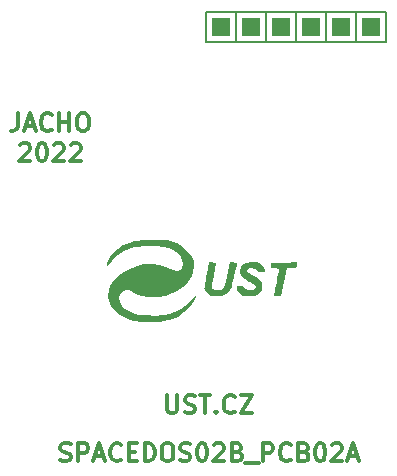
<source format=gbr>
G04 #@! TF.GenerationSoftware,KiCad,Pcbnew,(5.99.0-12665-gbf8a020501)*
G04 #@! TF.CreationDate,2021-12-24T11:16:50+01:00*
G04 #@! TF.ProjectId,SPACEDOS02B_PCB02A,53504143-4544-44f5-9330-32425f504342,REV*
G04 #@! TF.SameCoordinates,Original*
G04 #@! TF.FileFunction,Legend,Top*
G04 #@! TF.FilePolarity,Positive*
%FSLAX46Y46*%
G04 Gerber Fmt 4.6, Leading zero omitted, Abs format (unit mm)*
G04 Created by KiCad (PCBNEW (5.99.0-12665-gbf8a020501)) date 2021-12-24 11:16:50*
%MOMM*%
%LPD*%
G01*
G04 APERTURE LIST*
%ADD10C,0.300000*%
%ADD11C,0.150000*%
%ADD12R,1.524000X1.524000*%
G04 APERTURE END LIST*
D10*
X6428571Y159920857D02*
X6642857Y159849428D01*
X7000000Y159849428D01*
X7142857Y159920857D01*
X7214285Y159992285D01*
X7285714Y160135142D01*
X7285714Y160278000D01*
X7214285Y160420857D01*
X7142857Y160492285D01*
X7000000Y160563714D01*
X6714285Y160635142D01*
X6571428Y160706571D01*
X6500000Y160778000D01*
X6428571Y160920857D01*
X6428571Y161063714D01*
X6500000Y161206571D01*
X6571428Y161278000D01*
X6714285Y161349428D01*
X7071428Y161349428D01*
X7285714Y161278000D01*
X7928571Y159849428D02*
X7928571Y161349428D01*
X8500000Y161349428D01*
X8642857Y161278000D01*
X8714285Y161206571D01*
X8785714Y161063714D01*
X8785714Y160849428D01*
X8714285Y160706571D01*
X8642857Y160635142D01*
X8500000Y160563714D01*
X7928571Y160563714D01*
X9357142Y160278000D02*
X10071428Y160278000D01*
X9214285Y159849428D02*
X9714285Y161349428D01*
X10214285Y159849428D01*
X11571428Y159992285D02*
X11500000Y159920857D01*
X11285714Y159849428D01*
X11142857Y159849428D01*
X10928571Y159920857D01*
X10785714Y160063714D01*
X10714285Y160206571D01*
X10642857Y160492285D01*
X10642857Y160706571D01*
X10714285Y160992285D01*
X10785714Y161135142D01*
X10928571Y161278000D01*
X11142857Y161349428D01*
X11285714Y161349428D01*
X11500000Y161278000D01*
X11571428Y161206571D01*
X12214285Y160635142D02*
X12714285Y160635142D01*
X12928571Y159849428D02*
X12214285Y159849428D01*
X12214285Y161349428D01*
X12928571Y161349428D01*
X13571428Y159849428D02*
X13571428Y161349428D01*
X13928571Y161349428D01*
X14142857Y161278000D01*
X14285714Y161135142D01*
X14357142Y160992285D01*
X14428571Y160706571D01*
X14428571Y160492285D01*
X14357142Y160206571D01*
X14285714Y160063714D01*
X14142857Y159920857D01*
X13928571Y159849428D01*
X13571428Y159849428D01*
X15357142Y161349428D02*
X15642857Y161349428D01*
X15785714Y161278000D01*
X15928571Y161135142D01*
X16000000Y160849428D01*
X16000000Y160349428D01*
X15928571Y160063714D01*
X15785714Y159920857D01*
X15642857Y159849428D01*
X15357142Y159849428D01*
X15214285Y159920857D01*
X15071428Y160063714D01*
X15000000Y160349428D01*
X15000000Y160849428D01*
X15071428Y161135142D01*
X15214285Y161278000D01*
X15357142Y161349428D01*
X16571428Y159920857D02*
X16785714Y159849428D01*
X17142857Y159849428D01*
X17285714Y159920857D01*
X17357142Y159992285D01*
X17428571Y160135142D01*
X17428571Y160278000D01*
X17357142Y160420857D01*
X17285714Y160492285D01*
X17142857Y160563714D01*
X16857142Y160635142D01*
X16714285Y160706571D01*
X16642857Y160778000D01*
X16571428Y160920857D01*
X16571428Y161063714D01*
X16642857Y161206571D01*
X16714285Y161278000D01*
X16857142Y161349428D01*
X17214285Y161349428D01*
X17428571Y161278000D01*
X18357142Y161349428D02*
X18500000Y161349428D01*
X18642857Y161278000D01*
X18714285Y161206571D01*
X18785714Y161063714D01*
X18857142Y160778000D01*
X18857142Y160420857D01*
X18785714Y160135142D01*
X18714285Y159992285D01*
X18642857Y159920857D01*
X18500000Y159849428D01*
X18357142Y159849428D01*
X18214285Y159920857D01*
X18142857Y159992285D01*
X18071428Y160135142D01*
X18000000Y160420857D01*
X18000000Y160778000D01*
X18071428Y161063714D01*
X18142857Y161206571D01*
X18214285Y161278000D01*
X18357142Y161349428D01*
X19428571Y161206571D02*
X19500000Y161278000D01*
X19642857Y161349428D01*
X20000000Y161349428D01*
X20142857Y161278000D01*
X20214285Y161206571D01*
X20285714Y161063714D01*
X20285714Y160920857D01*
X20214285Y160706571D01*
X19357142Y159849428D01*
X20285714Y159849428D01*
X21428571Y160635142D02*
X21642857Y160563714D01*
X21714285Y160492285D01*
X21785714Y160349428D01*
X21785714Y160135142D01*
X21714285Y159992285D01*
X21642857Y159920857D01*
X21500000Y159849428D01*
X20928571Y159849428D01*
X20928571Y161349428D01*
X21428571Y161349428D01*
X21571428Y161278000D01*
X21642857Y161206571D01*
X21714285Y161063714D01*
X21714285Y160920857D01*
X21642857Y160778000D01*
X21571428Y160706571D01*
X21428571Y160635142D01*
X20928571Y160635142D01*
X22071428Y159706571D02*
X23214285Y159706571D01*
X23571428Y159849428D02*
X23571428Y161349428D01*
X24142857Y161349428D01*
X24285714Y161278000D01*
X24357142Y161206571D01*
X24428571Y161063714D01*
X24428571Y160849428D01*
X24357142Y160706571D01*
X24285714Y160635142D01*
X24142857Y160563714D01*
X23571428Y160563714D01*
X25928571Y159992285D02*
X25857142Y159920857D01*
X25642857Y159849428D01*
X25500000Y159849428D01*
X25285714Y159920857D01*
X25142857Y160063714D01*
X25071428Y160206571D01*
X25000000Y160492285D01*
X25000000Y160706571D01*
X25071428Y160992285D01*
X25142857Y161135142D01*
X25285714Y161278000D01*
X25500000Y161349428D01*
X25642857Y161349428D01*
X25857142Y161278000D01*
X25928571Y161206571D01*
X27071428Y160635142D02*
X27285714Y160563714D01*
X27357142Y160492285D01*
X27428571Y160349428D01*
X27428571Y160135142D01*
X27357142Y159992285D01*
X27285714Y159920857D01*
X27142857Y159849428D01*
X26571428Y159849428D01*
X26571428Y161349428D01*
X27071428Y161349428D01*
X27214285Y161278000D01*
X27285714Y161206571D01*
X27357142Y161063714D01*
X27357142Y160920857D01*
X27285714Y160778000D01*
X27214285Y160706571D01*
X27071428Y160635142D01*
X26571428Y160635142D01*
X28357142Y161349428D02*
X28500000Y161349428D01*
X28642857Y161278000D01*
X28714285Y161206571D01*
X28785714Y161063714D01*
X28857142Y160778000D01*
X28857142Y160420857D01*
X28785714Y160135142D01*
X28714285Y159992285D01*
X28642857Y159920857D01*
X28500000Y159849428D01*
X28357142Y159849428D01*
X28214285Y159920857D01*
X28142857Y159992285D01*
X28071428Y160135142D01*
X28000000Y160420857D01*
X28000000Y160778000D01*
X28071428Y161063714D01*
X28142857Y161206571D01*
X28214285Y161278000D01*
X28357142Y161349428D01*
X29428571Y161206571D02*
X29500000Y161278000D01*
X29642857Y161349428D01*
X30000000Y161349428D01*
X30142857Y161278000D01*
X30214285Y161206571D01*
X30285714Y161063714D01*
X30285714Y160920857D01*
X30214285Y160706571D01*
X29357142Y159849428D01*
X30285714Y159849428D01*
X30857142Y160278000D02*
X31571428Y160278000D01*
X30714285Y159849428D02*
X31214285Y161349428D01*
X31714285Y159849428D01*
X15464285Y165413428D02*
X15464285Y164199142D01*
X15535714Y164056285D01*
X15607142Y163984857D01*
X15750000Y163913428D01*
X16035714Y163913428D01*
X16178571Y163984857D01*
X16250000Y164056285D01*
X16321428Y164199142D01*
X16321428Y165413428D01*
X16964285Y163984857D02*
X17178571Y163913428D01*
X17535714Y163913428D01*
X17678571Y163984857D01*
X17750000Y164056285D01*
X17821428Y164199142D01*
X17821428Y164342000D01*
X17750000Y164484857D01*
X17678571Y164556285D01*
X17535714Y164627714D01*
X17250000Y164699142D01*
X17107142Y164770571D01*
X17035714Y164842000D01*
X16964285Y164984857D01*
X16964285Y165127714D01*
X17035714Y165270571D01*
X17107142Y165342000D01*
X17250000Y165413428D01*
X17607142Y165413428D01*
X17821428Y165342000D01*
X18250000Y165413428D02*
X19107142Y165413428D01*
X18678571Y163913428D02*
X18678571Y165413428D01*
X19607142Y164056285D02*
X19678571Y163984857D01*
X19607142Y163913428D01*
X19535714Y163984857D01*
X19607142Y164056285D01*
X19607142Y163913428D01*
X21178571Y164056285D02*
X21107142Y163984857D01*
X20892857Y163913428D01*
X20750000Y163913428D01*
X20535714Y163984857D01*
X20392857Y164127714D01*
X20321428Y164270571D01*
X20250000Y164556285D01*
X20250000Y164770571D01*
X20321428Y165056285D01*
X20392857Y165199142D01*
X20535714Y165342000D01*
X20750000Y165413428D01*
X20892857Y165413428D01*
X21107142Y165342000D01*
X21178571Y165270571D01*
X21678571Y165413428D02*
X22678571Y165413428D01*
X21678571Y163913428D01*
X22678571Y163913428D01*
X2838000Y189289428D02*
X2838000Y188218000D01*
X2766571Y188003714D01*
X2623714Y187860857D01*
X2409428Y187789428D01*
X2266571Y187789428D01*
X3480857Y188218000D02*
X4195142Y188218000D01*
X3338000Y187789428D02*
X3838000Y189289428D01*
X4338000Y187789428D01*
X5695142Y187932285D02*
X5623714Y187860857D01*
X5409428Y187789428D01*
X5266571Y187789428D01*
X5052285Y187860857D01*
X4909428Y188003714D01*
X4838000Y188146571D01*
X4766571Y188432285D01*
X4766571Y188646571D01*
X4838000Y188932285D01*
X4909428Y189075142D01*
X5052285Y189218000D01*
X5266571Y189289428D01*
X5409428Y189289428D01*
X5623714Y189218000D01*
X5695142Y189146571D01*
X6338000Y187789428D02*
X6338000Y189289428D01*
X6338000Y188575142D02*
X7195142Y188575142D01*
X7195142Y187789428D02*
X7195142Y189289428D01*
X8195142Y189289428D02*
X8480857Y189289428D01*
X8623714Y189218000D01*
X8766571Y189075142D01*
X8838000Y188789428D01*
X8838000Y188289428D01*
X8766571Y188003714D01*
X8623714Y187860857D01*
X8480857Y187789428D01*
X8195142Y187789428D01*
X8052285Y187860857D01*
X7909428Y188003714D01*
X7838000Y188289428D01*
X7838000Y188789428D01*
X7909428Y189075142D01*
X8052285Y189218000D01*
X8195142Y189289428D01*
X3016571Y186606571D02*
X3088000Y186678000D01*
X3230857Y186749428D01*
X3588000Y186749428D01*
X3730857Y186678000D01*
X3802285Y186606571D01*
X3873714Y186463714D01*
X3873714Y186320857D01*
X3802285Y186106571D01*
X2945142Y185249428D01*
X3873714Y185249428D01*
X4802285Y186749428D02*
X4945142Y186749428D01*
X5088000Y186678000D01*
X5159428Y186606571D01*
X5230857Y186463714D01*
X5302285Y186178000D01*
X5302285Y185820857D01*
X5230857Y185535142D01*
X5159428Y185392285D01*
X5088000Y185320857D01*
X4945142Y185249428D01*
X4802285Y185249428D01*
X4659428Y185320857D01*
X4588000Y185392285D01*
X4516571Y185535142D01*
X4445142Y185820857D01*
X4445142Y186178000D01*
X4516571Y186463714D01*
X4588000Y186606571D01*
X4659428Y186678000D01*
X4802285Y186749428D01*
X5873714Y186606571D02*
X5945142Y186678000D01*
X6088000Y186749428D01*
X6445142Y186749428D01*
X6588000Y186678000D01*
X6659428Y186606571D01*
X6730857Y186463714D01*
X6730857Y186320857D01*
X6659428Y186106571D01*
X5802285Y185249428D01*
X6730857Y185249428D01*
X7302285Y186606571D02*
X7373714Y186678000D01*
X7516571Y186749428D01*
X7873714Y186749428D01*
X8016571Y186678000D01*
X8088000Y186606571D01*
X8159428Y186463714D01*
X8159428Y186320857D01*
X8088000Y186106571D01*
X7230857Y185249428D01*
X8159428Y185249428D01*
G36*
X14743873Y178605105D02*
G01*
X15173895Y178583738D01*
X15525894Y178545797D01*
X15713619Y178507326D01*
X16311888Y178283879D01*
X16834110Y177977860D01*
X17261248Y177603113D01*
X17574263Y177173481D01*
X17591376Y177141771D01*
X17718142Y176769665D01*
X17753599Y176340662D01*
X17698816Y175903504D01*
X17555584Y175508318D01*
X17242052Y175045320D01*
X16817506Y174624766D01*
X16309551Y174267250D01*
X15745791Y173993367D01*
X15357849Y173868753D01*
X14625561Y173742737D01*
X13917599Y173741840D01*
X13249228Y173864493D01*
X12635715Y174109129D01*
X12547619Y174157237D01*
X12213058Y174311257D01*
X11944244Y174351011D01*
X11726257Y174277060D01*
X11626182Y174191909D01*
X11458420Y173926134D01*
X11413052Y173630896D01*
X11480596Y173324710D01*
X11651572Y173026091D01*
X11916499Y172753555D01*
X12265895Y172525616D01*
X12539616Y172408088D01*
X13098852Y172263679D01*
X13738734Y172185759D01*
X14416290Y172174395D01*
X15088547Y172229655D01*
X15712536Y172351606D01*
X15889033Y172402830D01*
X16313397Y172558650D01*
X16664473Y172744049D01*
X16986757Y172988337D01*
X17324749Y173320819D01*
X17389709Y173391221D01*
X17588936Y173602184D01*
X17752818Y173762027D01*
X17859485Y173850167D01*
X17887448Y173859632D01*
X17877161Y173783309D01*
X17814766Y173618816D01*
X17715469Y173405277D01*
X17378236Y172884871D01*
X16929016Y172448465D01*
X16368771Y172096784D01*
X15698466Y171830554D01*
X15573288Y171793747D01*
X15220033Y171722538D01*
X14771915Y171673303D01*
X14268813Y171646485D01*
X13750609Y171642527D01*
X13257181Y171661874D01*
X12828409Y171704968D01*
X12546480Y171760087D01*
X11955489Y171958107D01*
X11473738Y172208565D01*
X11075676Y172524852D01*
X11062479Y172537738D01*
X10715252Y172958307D01*
X10506657Y173400433D01*
X10436792Y173863277D01*
X10505756Y174346003D01*
X10713648Y174847772D01*
X10777461Y174959668D01*
X11025035Y175269231D01*
X11385417Y175578019D01*
X11831798Y175871089D01*
X12337372Y176133499D01*
X12875331Y176350307D01*
X13418868Y176506572D01*
X13626940Y176547941D01*
X14260504Y176587071D01*
X14893011Y176486559D01*
X15526368Y176246088D01*
X15573288Y176222740D01*
X15982743Y176050813D01*
X16313078Y175987517D01*
X16561050Y176032016D01*
X16723418Y176183472D01*
X16796940Y176441048D01*
X16801188Y176539800D01*
X16734107Y176913399D01*
X16544955Y177266521D01*
X16251874Y177572840D01*
X15956542Y177765590D01*
X15599895Y177900999D01*
X15141578Y178001635D01*
X14616356Y178065556D01*
X14058995Y178090821D01*
X13504261Y178075487D01*
X12986921Y178017612D01*
X12661409Y177949641D01*
X12197865Y177816625D01*
X11836138Y177679847D01*
X11538738Y177518648D01*
X11268171Y177312367D01*
X10986947Y177040343D01*
X10959890Y177011990D01*
X10757986Y176793749D01*
X10598946Y176611126D01*
X10503859Y176488942D01*
X10486271Y176454617D01*
X10432548Y176397620D01*
X10416105Y176395984D01*
X10348227Y176447351D01*
X10367748Y176593733D01*
X10470795Y176823551D01*
X10653497Y177125225D01*
X10666517Y177144774D01*
X10823776Y177370098D01*
X10958472Y177545619D01*
X11047331Y177641530D01*
X11061200Y177650196D01*
X11163616Y177716490D01*
X11269033Y177810237D01*
X11460420Y177954842D01*
X11748165Y178115961D01*
X12092825Y178274733D01*
X12454958Y178412298D01*
X12661409Y178476035D01*
X12950981Y178532094D01*
X13339384Y178573394D01*
X13791247Y178599571D01*
X14271200Y178610262D01*
X14743873Y178605105D01*
G37*
G36*
X19509448Y176658609D02*
G01*
X19604027Y176608700D01*
X19607818Y176592979D01*
X19594859Y176496787D01*
X19559294Y176290448D01*
X19506089Y176001415D01*
X19440211Y175657137D01*
X19417398Y175540464D01*
X19342955Y175155899D01*
X19295231Y174884869D01*
X19272705Y174703447D01*
X19273857Y174587707D01*
X19297166Y174513723D01*
X19341113Y174457568D01*
X19348143Y174450449D01*
X19528734Y174355530D01*
X19769602Y174330487D01*
X20009828Y174374460D01*
X20164239Y174461986D01*
X20265526Y174589577D01*
X20357618Y174788986D01*
X20445845Y175077462D01*
X20535536Y175472256D01*
X20626245Y175957448D01*
X20751908Y176676647D01*
X21056935Y176676647D01*
X21269822Y176658767D01*
X21358043Y176602758D01*
X21361962Y176581047D01*
X21344971Y176422566D01*
X21299307Y176163483D01*
X21232927Y175838662D01*
X21153791Y175482968D01*
X21069858Y175131265D01*
X20989087Y174818416D01*
X20919436Y174579285D01*
X20880487Y174471979D01*
X20696511Y174167633D01*
X20448528Y173965462D01*
X20115145Y173852727D01*
X19783542Y173818735D01*
X19513834Y173818742D01*
X19283725Y173835405D01*
X19146018Y173864233D01*
X18978575Y173978307D01*
X18810795Y174156092D01*
X18680519Y174350060D01*
X18625592Y174512683D01*
X18625498Y174517954D01*
X18638020Y174637155D01*
X18672426Y174865113D01*
X18723977Y175172803D01*
X18787932Y175531198D01*
X18813689Y175670305D01*
X19001880Y176676647D01*
X19304849Y176676647D01*
X19509448Y176658609D01*
G37*
G36*
X22921066Y176728024D02*
G01*
X23156096Y176680014D01*
X23253726Y176642966D01*
X23482113Y176478237D01*
X23656747Y176265836D01*
X23743591Y176050029D01*
X23747597Y176000610D01*
X23728917Y175890430D01*
X23646209Y175843638D01*
X23487111Y175834658D01*
X23265918Y175868267D01*
X23103733Y175990399D01*
X23075565Y176024105D01*
X22892360Y176161626D01*
X22660339Y176217932D01*
X22434492Y176187121D01*
X22305619Y176106728D01*
X22234293Y175990930D01*
X22265195Y175874356D01*
X22408045Y175745636D01*
X22672562Y175593401D01*
X22797199Y175531731D01*
X23133600Y175352180D01*
X23354601Y175183574D01*
X23480740Y175002015D01*
X23532555Y174783607D01*
X23537100Y174670773D01*
X23471679Y174343076D01*
X23281842Y174071850D01*
X23043229Y173903698D01*
X22816290Y173835733D01*
X22512393Y173806903D01*
X22189384Y173817349D01*
X21905110Y173867214D01*
X21809500Y173900674D01*
X21554710Y174073832D01*
X21399320Y174313693D01*
X21361962Y174517121D01*
X21374531Y174641993D01*
X21438820Y174697704D01*
X21594702Y174711768D01*
X21644361Y174712006D01*
X21838536Y174696502D01*
X21942796Y174634235D01*
X21990982Y174543091D01*
X22112062Y174400580D01*
X22311239Y174322172D01*
X22540768Y174309879D01*
X22752898Y174365711D01*
X22899881Y174491681D01*
X22907207Y174504497D01*
X22948926Y174635092D01*
X22909454Y174750412D01*
X22773143Y174867936D01*
X22524345Y175005141D01*
X22409806Y175060103D01*
X22058027Y175246965D01*
X21825631Y175429763D01*
X21693966Y175629738D01*
X21644383Y175868126D01*
X21642625Y175933756D01*
X21699602Y176263251D01*
X21868266Y176509730D01*
X22145219Y176670478D01*
X22527060Y176742776D01*
X22660028Y176746812D01*
X22921066Y176728024D01*
G37*
G36*
X26471100Y176450413D02*
G01*
X26453441Y176323930D01*
X26408503Y176253380D01*
X26301911Y176219698D01*
X26099292Y176203824D01*
X26019388Y176199912D01*
X25589797Y176179255D01*
X25131785Y173870017D01*
X24825603Y173870017D01*
X24640555Y173874956D01*
X24531646Y173887412D01*
X24519420Y173894153D01*
X24532613Y173967677D01*
X24568968Y174154298D01*
X24623653Y174429601D01*
X24691837Y174769170D01*
X24729917Y174957586D01*
X24803587Y175327312D01*
X24866004Y175651996D01*
X24912230Y175905036D01*
X24937325Y176059832D01*
X24940415Y176091185D01*
X24888485Y176152739D01*
X24722335Y176181825D01*
X24585140Y176185486D01*
X24229866Y176185486D01*
X24273840Y176641564D01*
X25383531Y176660910D01*
X26493221Y176680257D01*
X26471100Y176450413D01*
G37*
D11*
X28956000Y197866000D02*
X28956000Y195326000D01*
X28956000Y195326000D02*
X26416000Y195326000D01*
X26416000Y197866000D02*
X28956000Y197866000D01*
X26416000Y195326000D02*
X26416000Y197866000D01*
X26416000Y197866000D02*
X26416000Y195326000D01*
X26416000Y195326000D02*
X23876000Y195326000D01*
X23876000Y195326000D02*
X23876000Y197866000D01*
X23876000Y197866000D02*
X26416000Y197866000D01*
X31496000Y195326000D02*
X28956000Y195326000D01*
X28956000Y195326000D02*
X28956000Y197866000D01*
X31496000Y197866000D02*
X31496000Y195326000D01*
X28956000Y197866000D02*
X31496000Y197866000D01*
X21336000Y197866000D02*
X21336000Y195326000D01*
X18796000Y195326000D02*
X18796000Y197866000D01*
X21336000Y195326000D02*
X18796000Y195326000D01*
X18796000Y197866000D02*
X21336000Y197866000D01*
X21336000Y197866000D02*
X23876000Y197866000D01*
X23876000Y197866000D02*
X23876000Y195326000D01*
X23876000Y195326000D02*
X21336000Y195326000D01*
X21336000Y195326000D02*
X21336000Y197866000D01*
X31496000Y195326000D02*
X31496000Y197866000D01*
X34036000Y197866000D02*
X34036000Y195326000D01*
X31496000Y197866000D02*
X34036000Y197866000D01*
X34036000Y195326000D02*
X31496000Y195326000D01*
D12*
X27686000Y196596000D03*
X25146000Y196596000D03*
X30226000Y196596000D03*
X20066000Y196596000D03*
X22606000Y196596000D03*
X32766000Y196596000D03*
M02*

</source>
